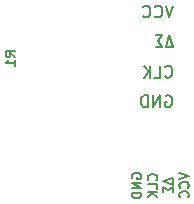
<source format=gbr>
G04 #@! TF.GenerationSoftware,KiCad,Pcbnew,6.0.0-rc1-unknown-5edf350~66~ubuntu18.10.1*
G04 #@! TF.CreationDate,2019-02-07T09:47:30-05:00
G04 #@! TF.ProjectId,current_sensor,63757272-656e-4745-9f73-656e736f722e,rev?*
G04 #@! TF.SameCoordinates,Original*
G04 #@! TF.FileFunction,Legend,Bot*
G04 #@! TF.FilePolarity,Positive*
%FSLAX46Y46*%
G04 Gerber Fmt 4.6, Leading zero omitted, Abs format (unit mm)*
G04 Created by KiCad (PCBNEW 6.0.0-rc1-unknown-5edf350~66~ubuntu18.10.1) date 2019-02-07 09:47:30*
%MOMM*%
%LPD*%
G04 APERTURE LIST*
%ADD10C,0.150000*%
%ADD11C,0.200000*%
G04 APERTURE END LIST*
D10*
X164075000Y-94790476D02*
X164036904Y-94714285D01*
X164036904Y-94600000D01*
X164075000Y-94485714D01*
X164151190Y-94409523D01*
X164227380Y-94371428D01*
X164379761Y-94333333D01*
X164494047Y-94333333D01*
X164646428Y-94371428D01*
X164722619Y-94409523D01*
X164798809Y-94485714D01*
X164836904Y-94600000D01*
X164836904Y-94676190D01*
X164798809Y-94790476D01*
X164760714Y-94828571D01*
X164494047Y-94828571D01*
X164494047Y-94676190D01*
X164836904Y-95171428D02*
X164036904Y-95171428D01*
X164836904Y-95628571D01*
X164036904Y-95628571D01*
X164836904Y-96009523D02*
X164036904Y-96009523D01*
X164036904Y-96200000D01*
X164075000Y-96314285D01*
X164151190Y-96390476D01*
X164227380Y-96428571D01*
X164379761Y-96466666D01*
X164494047Y-96466666D01*
X164646428Y-96428571D01*
X164722619Y-96390476D01*
X164798809Y-96314285D01*
X164836904Y-96200000D01*
X164836904Y-96009523D01*
X166110714Y-94923809D02*
X166148809Y-94885714D01*
X166186904Y-94771428D01*
X166186904Y-94695238D01*
X166148809Y-94580952D01*
X166072619Y-94504761D01*
X165996428Y-94466666D01*
X165844047Y-94428571D01*
X165729761Y-94428571D01*
X165577380Y-94466666D01*
X165501190Y-94504761D01*
X165425000Y-94580952D01*
X165386904Y-94695238D01*
X165386904Y-94771428D01*
X165425000Y-94885714D01*
X165463095Y-94923809D01*
X166186904Y-95647619D02*
X166186904Y-95266666D01*
X165386904Y-95266666D01*
X166186904Y-95914285D02*
X165386904Y-95914285D01*
X166186904Y-96371428D02*
X165729761Y-96028571D01*
X165386904Y-96371428D02*
X165844047Y-95914285D01*
X167536904Y-94771428D02*
X166736904Y-95038095D01*
X167536904Y-95304761D01*
X167536904Y-94771428D01*
X167536904Y-95952380D02*
X167536904Y-95533333D01*
X167117857Y-95800000D01*
X166736904Y-95533333D01*
X166736904Y-95952380D01*
X168086904Y-94333333D02*
X168886904Y-94600000D01*
X168086904Y-94866666D01*
X168810714Y-95590476D02*
X168848809Y-95552380D01*
X168886904Y-95438095D01*
X168886904Y-95361904D01*
X168848809Y-95247619D01*
X168772619Y-95171428D01*
X168696428Y-95133333D01*
X168544047Y-95095238D01*
X168429761Y-95095238D01*
X168277380Y-95133333D01*
X168201190Y-95171428D01*
X168125000Y-95247619D01*
X168086904Y-95361904D01*
X168086904Y-95438095D01*
X168125000Y-95552380D01*
X168163095Y-95590476D01*
X168810714Y-96390476D02*
X168848809Y-96352380D01*
X168886904Y-96238095D01*
X168886904Y-96161904D01*
X168848809Y-96047619D01*
X168772619Y-95971428D01*
X168696428Y-95933333D01*
X168544047Y-95895238D01*
X168429761Y-95895238D01*
X168277380Y-95933333D01*
X168201190Y-95971428D01*
X168125000Y-96047619D01*
X168086904Y-96161904D01*
X168086904Y-96238095D01*
X168125000Y-96352380D01*
X168163095Y-96390476D01*
D11*
X166908095Y-87800000D02*
X167003333Y-87752380D01*
X167146190Y-87752380D01*
X167289047Y-87800000D01*
X167384285Y-87895238D01*
X167431904Y-87990476D01*
X167479523Y-88180952D01*
X167479523Y-88323809D01*
X167431904Y-88514285D01*
X167384285Y-88609523D01*
X167289047Y-88704761D01*
X167146190Y-88752380D01*
X167050952Y-88752380D01*
X166908095Y-88704761D01*
X166860476Y-88657142D01*
X166860476Y-88323809D01*
X167050952Y-88323809D01*
X166431904Y-88752380D02*
X166431904Y-87752380D01*
X165860476Y-88752380D01*
X165860476Y-87752380D01*
X165384285Y-88752380D02*
X165384285Y-87752380D01*
X165146190Y-87752380D01*
X165003333Y-87800000D01*
X164908095Y-87895238D01*
X164860476Y-87990476D01*
X164812857Y-88180952D01*
X164812857Y-88323809D01*
X164860476Y-88514285D01*
X164908095Y-88609523D01*
X165003333Y-88704761D01*
X165146190Y-88752380D01*
X165384285Y-88752380D01*
X166860476Y-86157142D02*
X166908095Y-86204761D01*
X167050952Y-86252380D01*
X167146190Y-86252380D01*
X167289047Y-86204761D01*
X167384285Y-86109523D01*
X167431904Y-86014285D01*
X167479523Y-85823809D01*
X167479523Y-85680952D01*
X167431904Y-85490476D01*
X167384285Y-85395238D01*
X167289047Y-85300000D01*
X167146190Y-85252380D01*
X167050952Y-85252380D01*
X166908095Y-85300000D01*
X166860476Y-85347619D01*
X165955714Y-86252380D02*
X166431904Y-86252380D01*
X166431904Y-85252380D01*
X165622380Y-86252380D02*
X165622380Y-85252380D01*
X165050952Y-86252380D02*
X165479523Y-85680952D01*
X165050952Y-85252380D02*
X165622380Y-85823809D01*
X167574761Y-83652380D02*
X167241428Y-82652380D01*
X166908095Y-83652380D01*
X167574761Y-83652380D01*
X166098571Y-83652380D02*
X166622380Y-83652380D01*
X166289047Y-83128571D01*
X166622380Y-82652380D01*
X166098571Y-82652380D01*
X167574761Y-80152380D02*
X167241428Y-81152380D01*
X166908095Y-80152380D01*
X166003333Y-81057142D02*
X166050952Y-81104761D01*
X166193809Y-81152380D01*
X166289047Y-81152380D01*
X166431904Y-81104761D01*
X166527142Y-81009523D01*
X166574761Y-80914285D01*
X166622380Y-80723809D01*
X166622380Y-80580952D01*
X166574761Y-80390476D01*
X166527142Y-80295238D01*
X166431904Y-80200000D01*
X166289047Y-80152380D01*
X166193809Y-80152380D01*
X166050952Y-80200000D01*
X166003333Y-80247619D01*
X165003333Y-81057142D02*
X165050952Y-81104761D01*
X165193809Y-81152380D01*
X165289047Y-81152380D01*
X165431904Y-81104761D01*
X165527142Y-81009523D01*
X165574761Y-80914285D01*
X165622380Y-80723809D01*
X165622380Y-80580952D01*
X165574761Y-80390476D01*
X165527142Y-80295238D01*
X165431904Y-80200000D01*
X165289047Y-80152380D01*
X165193809Y-80152380D01*
X165050952Y-80200000D01*
X165003333Y-80247619D01*
D10*
X154161904Y-84466666D02*
X153780952Y-84200000D01*
X154161904Y-84009523D02*
X153361904Y-84009523D01*
X153361904Y-84314285D01*
X153400000Y-84390476D01*
X153438095Y-84428571D01*
X153514285Y-84466666D01*
X153628571Y-84466666D01*
X153704761Y-84428571D01*
X153742857Y-84390476D01*
X153780952Y-84314285D01*
X153780952Y-84009523D01*
X154161904Y-85228571D02*
X154161904Y-84771428D01*
X154161904Y-85000000D02*
X153361904Y-85000000D01*
X153476190Y-84923809D01*
X153552380Y-84847619D01*
X153590476Y-84771428D01*
M02*

</source>
